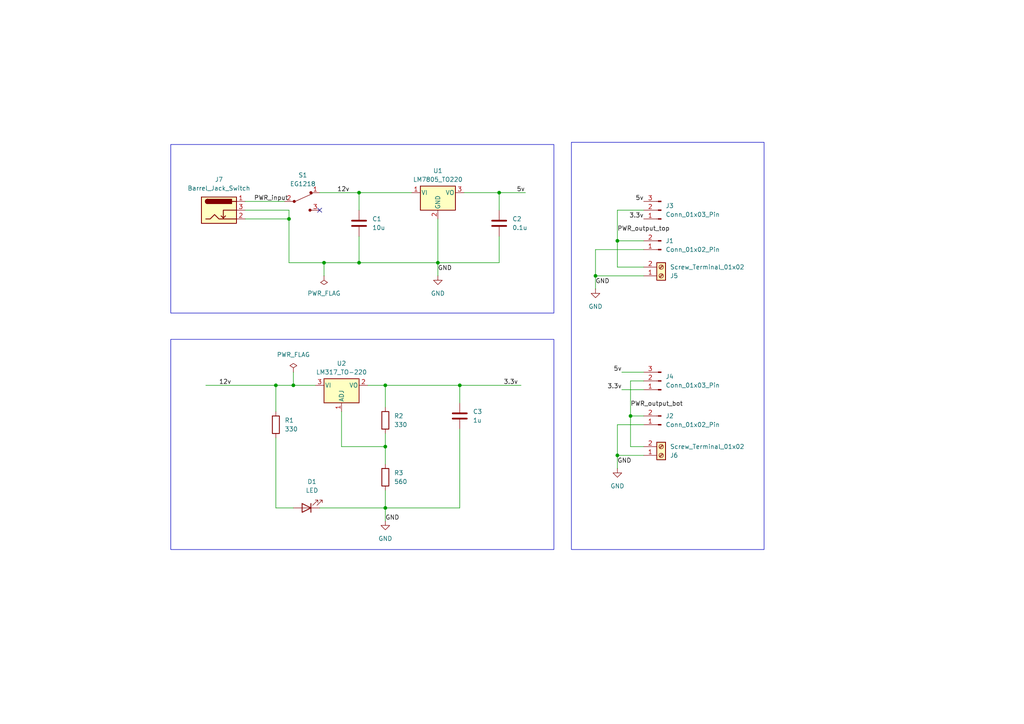
<source format=kicad_sch>
(kicad_sch (version 20231120) (generator "eeschema") (generator_version "8.0")
  (paper "A4")
  (title_block (title "Breadboard power supply") (date "2025-10-18") (rev "1"))
  (lib_symbols
    (symbol "Connector:Barrel_Jack_Switch" (pin_names hide)
      (property "Reference" "J" (at 0 5.334 0))
      (property "Value" "Barrel_Jack_Switch" (at 0 -5.08 0))
      (symbol "Barrel_Jack_Switch_0_1"
        (rectangle (start -5.08 3.81) (end 5.08 -3.81) (stroke (width 0.254)) (fill (type background)))
        (arc (start -3.302 3.175) (mid -3.9343 2.54) (end -3.302 1.905) (stroke (width 0.254)))
        (arc (start -3.302 3.175) (mid -3.9343 2.54) (end -3.302 1.905) (stroke (width 0.254)) (fill (type outline)))
        (polyline (pts (xy 1.27 -2.286) (xy 1.905 -1.651)) (stroke (width 0.254)))
        (polyline (pts (xy 5.08 2.54) (xy 3.81 2.54)) (stroke (width 0.254)))
        (polyline (pts (xy 5.08 0) (xy 1.27 0) (xy 1.27 -2.286) (xy 0.635 -1.651)) (stroke (width 0.254)))
        (polyline (pts (xy -3.81 -2.54) (xy -2.54 -2.54) (xy -1.27 -1.27) (xy 0 -2.54) (xy 2.54 -2.54) (xy 5.08 -2.54)) (stroke (width 0.254)))
        (rectangle (start 3.683 3.175) (end -3.302 1.905) (stroke (width 0.254)) (fill (type outline)))
      )
      (symbol "Barrel_Jack_Switch_1_1"
        (pin passive line (at 7.62 2.54 180) (length 2.54) (name "~") (number "1"))
        (pin passive line (at 7.62 -2.54 180) (length 2.54) (name "~") (number "2"))
        (pin passive line (at 7.62 0 180) (length 2.54) (name "~") (number "3"))
      )
    )
    (symbol "Connector:Conn_01x02_Pin" (pin_names (offset 1.016) hide)
      (property "Reference" "J" (at 0 2.54 0))
      (property "Value" "Conn_01x02_Pin" (at 0 -5.08 0))
      (symbol "Conn_01x02_Pin_1_1"
        (polyline (pts (xy 1.27 -2.54) (xy 0.8636 -2.54)) (stroke (width 0.1524)))
        (polyline (pts (xy 1.27 0) (xy 0.8636 0)) (stroke (width 0.1524)))
        (rectangle (start 0.8636 -2.413) (end 0 -2.667) (stroke (width 0.1524)) (fill (type outline)))
        (rectangle (start 0.8636 0.127) (end 0 -0.127) (stroke (width 0.1524)) (fill (type outline)))
        (pin passive line (at 5.08 0 180) (length 3.81) (name "Pin_1") (number "1"))
        (pin passive line (at 5.08 -2.54 180) (length 3.81) (name "Pin_2") (number "2"))
      )
    )
    (symbol "Connector:Conn_01x03_Pin" (pin_names (offset 1.016) hide)
      (property "Reference" "J" (at 0 5.08 0))
      (property "Value" "Conn_01x03_Pin" (at 0 -5.08 0))
      (symbol "Conn_01x03_Pin_1_1"
        (polyline (pts (xy 1.27 -2.54) (xy 0.8636 -2.54)) (stroke (width 0.1524)))
        (polyline (pts (xy 1.27 0) (xy 0.8636 0)) (stroke (width 0.1524)))
        (polyline (pts (xy 1.27 2.54) (xy 0.8636 2.54)) (stroke (width 0.1524)))
        (rectangle (start 0.8636 -2.413) (end 0 -2.667) (stroke (width 0.1524)) (fill (type outline)))
        (rectangle (start 0.8636 0.127) (end 0 -0.127) (stroke (width 0.1524)) (fill (type outline)))
        (rectangle (start 0.8636 2.667) (end 0 2.413) (stroke (width 0.1524)) (fill (type outline)))
        (pin passive line (at 5.08 2.54 180) (length 3.81) (name "Pin_1") (number "1"))
        (pin passive line (at 5.08 0 180) (length 3.81) (name "Pin_2") (number "2"))
        (pin passive line (at 5.08 -2.54 180) (length 3.81) (name "Pin_3") (number "3"))
      )
    )
    (symbol "Connector:Screw_Terminal_01x02" (pin_names (offset 1.016) hide)
      (property "Reference" "J" (at 0 2.54 0))
      (property "Value" "Screw_Terminal_01x02" (at 0 -5.08 0))
      (symbol "Screw_Terminal_01x02_1_1"
        (rectangle (start -1.27 1.27) (end 1.27 -3.81) (stroke (width 0.254)) (fill (type background)))
        (circle (center 0 -2.54) (radius 0.635) (stroke (width 0.1524)))
        (polyline (pts (xy -0.5334 -2.2098) (xy 0.3302 -3.048)) (stroke (width 0.1524)))
        (polyline (pts (xy -0.5334 0.3302) (xy 0.3302 -0.508)) (stroke (width 0.1524)))
        (polyline (pts (xy -0.3556 -2.032) (xy 0.508 -2.8702)) (stroke (width 0.1524)))
        (polyline (pts (xy -0.3556 0.508) (xy 0.508 -0.3302)) (stroke (width 0.1524)))
        (circle (center 0 0) (radius 0.635) (stroke (width 0.1524)))
        (pin passive line (at -5.08 0 0) (length 3.81) (name "Pin_1") (number "1"))
        (pin passive line (at -5.08 -2.54 0) (length 3.81) (name "Pin_2") (number "2"))
      )
    )
    (symbol "Device:C" (pin_numbers hide) (pin_names (offset 0.254))
      (property "Reference" "C" (at 0.635 2.54 0))
      (property "Value" "C" (at 0.635 -2.54 0))
      (symbol "C_0_1"
        (polyline (pts (xy -2.032 -0.762) (xy 2.032 -0.762)) (stroke (width 0.508)))
        (polyline (pts (xy -2.032 0.762) (xy 2.032 0.762)) (stroke (width 0.508)))
      )
      (symbol "C_1_1"
        (pin passive line (at 0 3.81 270) (length 2.794) (name "~") (number "1"))
        (pin passive line (at 0 -3.81 90) (length 2.794) (name "~") (number "2"))
      )
    )
    (symbol "Device:LED" (pin_numbers hide) (pin_names (offset 1.016) hide)
      (property "Reference" "D" (at 0 2.54 0))
      (property "Value" "LED" (at 0 -2.54 0))
      (symbol "LED_0_1"
        (polyline (pts (xy -1.27 -1.27) (xy -1.27 1.27)) (stroke (width 0.254)))
        (polyline (pts (xy -1.27 0) (xy 1.27 0)))
        (polyline (pts (xy 1.27 -1.27) (xy 1.27 1.27) (xy -1.27 0) (xy 1.27 -1.27)) (stroke (width 0.254)))
        (polyline (pts (xy -3.048 -0.762) (xy -4.572 -2.286) (xy -3.81 -2.286) (xy -4.572 -2.286) (xy -4.572 -1.524)))
        (polyline (pts (xy -1.778 -0.762) (xy -3.302 -2.286) (xy -2.54 -2.286) (xy -3.302 -2.286) (xy -3.302 -1.524)))
      )
      (symbol "LED_1_1"
        (pin passive line (at -3.81 0 0) (length 2.54) (name "K") (number "1"))
        (pin passive line (at 3.81 0 180) (length 2.54) (name "A") (number "2"))
      )
    )
    (symbol "Device:R" (pin_numbers hide) (pin_names (offset 0))
      (property "Reference" "R" (at 2.032 0 90))
      (property "Value" "R" (at 0 0 90))
      (symbol "R_0_1"
        (rectangle (start -1.016 -2.54) (end 1.016 2.54) (stroke (width 0.254)))
      )
      (symbol "R_1_1"
        (pin passive line (at 0 3.81 270) (length 1.27) (name "~") (number "1"))
        (pin passive line (at 0 -3.81 90) (length 1.27) (name "~") (number "2"))
      )
    )
    (symbol "Regulator_Linear:LM317_TO-220" (pin_names (offset 0.254))
      (property "Reference" "U" (at -3.81 3.175 0))
      (property "Value" "LM317_TO-220" (at 0 3.175 0))
      (symbol "LM317_TO-220_0_1"
        (rectangle (start -5.08 1.905) (end 5.08 -5.08) (stroke (width 0.254)) (fill (type background)))
      )
      (symbol "LM317_TO-220_1_1"
        (pin input line (at 0 -7.62 90) (length 2.54) (name "ADJ") (number "1"))
        (pin power_out line (at 7.62 0 180) (length 2.54) (name "VO") (number "2"))
        (pin power_in line (at -7.62 0 0) (length 2.54) (name "VI") (number "3"))
      )
    )
    (symbol "Regulator_Linear:LM7805_TO220" (pin_names (offset 0.254))
      (property "Reference" "U" (at -3.81 3.175 0))
      (property "Value" "LM7805_TO220" (at 0 3.175 0))
      (symbol "LM7805_TO220_0_1"
        (rectangle (start -5.08 1.905) (end 5.08 -5.08) (stroke (width 0.254)) (fill (type background)))
      )
      (symbol "LM7805_TO220_1_1"
        (pin power_in line (at -7.62 0 0) (length 2.54) (name "VI") (number "1"))
        (pin power_in line (at 0 -7.62 90) (length 2.54) (name "GND") (number "2"))
        (pin power_out line (at 7.62 0 180) (length 2.54) (name "VO") (number "3"))
      )
    )
    (symbol "dk_Slide-Switches:EG1218" (pin_names (offset 0))
      (property "Reference" "S" (at -3.81 2.286 0))
      (property "Value" "EG1218" (at 0 -5.334 0))
      (symbol "EG1218_0_1"
        (circle (center -2.286 0) (radius 0.3556) (fill (type outline)))
        (polyline (pts (xy -2.032 0) (xy 3.048 2.286)))
        (circle (center 2.286 -2.54) (radius 0.3556) (fill (type outline)))
        (circle (center 2.54 2.54) (radius 0.3556) (fill (type outline)))
      )
      (symbol "EG1218_1_1"
        (pin passive line (at 5.08 2.54 180) (length 2.54) (name "~") (number "1"))
        (pin passive line (at -5.08 0 0) (length 2.54) (name "~") (number "2"))
        (pin passive line (at 5.08 -2.54 180) (length 2.54) (name "~") (number "3"))
      )
    )
    (symbol "power:GND" (power) (pin_numbers hide) (pin_names (offset 0) hide)
      (property "Value" "GND" (at 0 -3.81 0))
      (symbol "GND_0_1"
        (polyline (pts (xy 0 0) (xy 0 -1.27) (xy 1.27 -1.27) (xy 0 -2.54) (xy -1.27 -1.27) (xy 0 -1.27)))
      )
      (symbol "GND_1_1"
        (pin power_in line (at 0 0 270) (length 0) (name "~") (number "1"))
      )
    )
    (symbol "power:PWR_FLAG" (power) (pin_numbers hide) (pin_names (offset 0) hide)
      (property "Value" "PWR_FLAG" (at 0 3.81 0))
      (symbol "PWR_FLAG_0_0"
        (pin power_out line (at 0 0 90) (length 0) (name "~") (number "1"))
      )
      (symbol "PWR_FLAG_0_1"
        (polyline (pts (xy 0 0) (xy 0 1.27) (xy -1.016 1.905) (xy 0 2.54) (xy 1.016 1.905) (xy 0 1.27)))
      )
    )
  )
  (junction (at 80.01 111.76))
  (junction (at 111.76 147.32))
  (junction (at 104.14 76.2))
  (junction (at 144.78 55.88))
  (junction (at 133.35 111.76))
  (junction (at 172.72 80.01))
  (junction (at 85.09 111.76))
  (junction (at 83.82 63.5))
  (junction (at 111.76 129.54))
  (junction (at 179.07 69.85))
  (junction (at 127 76.2))
  (junction (at 182.88 120.65))
  (junction (at 104.14 55.88))
  (junction (at 179.07 132.08))
  (junction (at 111.76 111.76))
  (junction (at 93.98 76.2))
  (no_connect (at 92.71 60.96))
  (wire (pts (xy 186.69 60.96) (xy 179.07 60.96)))
  (wire (pts (xy 111.76 129.54) (xy 111.76 134.62)))
  (wire (pts (xy 186.69 110.49) (xy 182.88 110.49)))
  (wire (pts (xy 179.07 60.96) (xy 179.07 69.85)))
  (wire (pts (xy 186.69 72.39) (xy 172.72 72.39)))
  (wire (pts (xy 144.78 55.88) (xy 144.78 60.96)))
  (wire (pts (xy 104.14 55.88) (xy 104.14 60.96)))
  (wire (pts (xy 179.07 69.85) (xy 186.69 69.85)))
  (wire (pts (xy 180.34 113.03) (xy 186.69 113.03)))
  (wire (pts (xy 127 63.5) (xy 127 76.2)))
  (wire (pts (xy 59.69 111.76) (xy 80.01 111.76)))
  (wire (pts (xy 182.88 129.54) (xy 182.88 120.65)))
  (wire (pts (xy 133.35 111.76) (xy 151.13 111.76)))
  (wire (pts (xy 180.34 107.95) (xy 186.69 107.95)))
  (wire (pts (xy 127 80.01) (xy 127 76.2)))
  (wire (pts (xy 71.12 63.5) (xy 83.82 63.5)))
  (wire (pts (xy 92.71 55.88) (xy 104.14 55.88)))
  (wire (pts (xy 71.12 58.42) (xy 82.55 58.42)))
  (wire (pts (xy 104.14 68.58) (xy 104.14 76.2)))
  (wire (pts (xy 133.35 124.46) (xy 133.35 147.32)))
  (wire (pts (xy 179.07 123.19) (xy 179.07 132.08)))
  (wire (pts (xy 85.09 107.95) (xy 85.09 111.76)))
  (wire (pts (xy 99.06 119.38) (xy 99.06 129.54)))
  (wire (pts (xy 134.62 55.88) (xy 144.78 55.88)))
  (wire (pts (xy 92.71 147.32) (xy 111.76 147.32)))
  (wire (pts (xy 111.76 147.32) (xy 111.76 151.13)))
  (wire (pts (xy 83.82 63.5) (xy 83.82 76.2)))
  (wire (pts (xy 172.72 72.39) (xy 172.72 80.01)))
  (wire (pts (xy 80.01 111.76) (xy 80.01 119.38)))
  (wire (pts (xy 111.76 142.24) (xy 111.76 147.32)))
  (wire (pts (xy 85.09 111.76) (xy 91.44 111.76)))
  (wire (pts (xy 83.82 60.96) (xy 83.82 63.5)))
  (wire (pts (xy 111.76 111.76) (xy 133.35 111.76)))
  (wire (pts (xy 80.01 111.76) (xy 85.09 111.76)))
  (wire (pts (xy 186.69 129.54) (xy 182.88 129.54)))
  (wire (pts (xy 127 76.2) (xy 144.78 76.2)))
  (wire (pts (xy 133.35 111.76) (xy 133.35 116.84)))
  (wire (pts (xy 111.76 147.32) (xy 133.35 147.32)))
  (wire (pts (xy 172.72 80.01) (xy 186.69 80.01)))
  (wire (pts (xy 111.76 111.76) (xy 111.76 118.11)))
  (wire (pts (xy 93.98 76.2) (xy 104.14 76.2)))
  (wire (pts (xy 80.01 147.32) (xy 85.09 147.32)))
  (wire (pts (xy 179.07 132.08) (xy 186.69 132.08)))
  (wire (pts (xy 179.07 77.47) (xy 179.07 69.85)))
  (wire (pts (xy 104.14 76.2) (xy 127 76.2)))
  (wire (pts (xy 106.68 111.76) (xy 111.76 111.76)))
  (wire (pts (xy 144.78 55.88) (xy 152.4 55.88)))
  (wire (pts (xy 182.88 120.65) (xy 186.69 120.65)))
  (wire (pts (xy 186.69 123.19) (xy 179.07 123.19)))
  (wire (pts (xy 144.78 76.2) (xy 144.78 68.58)))
  (wire (pts (xy 186.69 77.47) (xy 179.07 77.47)))
  (wire (pts (xy 80.01 127) (xy 80.01 147.32)))
  (wire (pts (xy 71.12 60.96) (xy 83.82 60.96)))
  (wire (pts (xy 172.72 83.82) (xy 172.72 80.01)))
  (wire (pts (xy 93.98 80.01) (xy 93.98 76.2)))
  (wire (pts (xy 179.07 135.89) (xy 179.07 132.08)))
  (wire (pts (xy 182.88 110.49) (xy 182.88 120.65)))
  (wire (pts (xy 83.82 76.2) (xy 93.98 76.2)))
  (wire (pts (xy 111.76 125.73) (xy 111.76 129.54)))
  (wire (pts (xy 99.06 129.54) (xy 111.76 129.54)))
  (wire (pts (xy 104.14 55.88) (xy 119.38 55.88)))
  (rectangle (start 49.53 98.425) (end 160.655 159.385))
  (rectangle (start 49.53 41.91) (end 160.655 90.805))
  (rectangle (start 165.735 41.275) (end 221.615 159.385))
  (label "PWR_output_top" (at 179.07 67.31 0))
  (label "5v" (at 149.86 55.88 0))
  (label "GND" (at 179.07 134.62 0))
  (label "3.3v" (at 146.05 111.76 0))
  (label "GND" (at 172.72 82.55 0))
  (label "12v" (at 97.79 55.88 0))
  (label "GND" (at 127 78.74 0))
  (label "PWR_output_bot" (at 182.88 118.11 0))
  (label "PWR_input" (at 73.66 58.42 0))
  (label "5v" (at 186.69 58.42 180))
  (label "5v" (at 180.34 107.95 180))
  (label "12v" (at 63.5 111.76 0))
  (label "GND" (at 111.76 151.13 0))
  (label "3.3v" (at 180.34 113.03 180))
  (label "3.3v" (at 186.69 63.5 180))
  (symbol (lib_id "power:GND") (at 172.72 83.82 0) (unit 1)
    (property "Reference" "#PWR4" (effects (hide yes)))
    (property "Value" "GND" (at 172.72 88.9 0))
    (property "Description" "Power symbol creates a global label with name \"GND\" , ground" (effects (hide yes)))
  )
  (symbol (lib_id "power:PWR_FLAG") (at 85.09 107.95 0) (unit 1)
    (property "Reference" "#FLG2" (effects (hide yes)))
    (property "Value" "PWR_FLAG" (at 85.09 102.87 0))
    (property "Description" "Special symbol for telling ERC where power comes from" (effects (hide yes)))
  )
  (symbol (lib_id "Connector:Barrel_Jack_Switch") (at 63.5 60.96 0) (unit 1)
    (property "Reference" "J7" (at 63.5 52.07 0))
    (property "Value" "Barrel_Jack_Switch" (at 63.5 54.61 0))
    (property "Footprint" "Connector_BarrelJack:BarrelJack_GCT_DCJ200-10-A_Horizontal" (effects (hide yes)))
    (property "Description" "DC Barrel Jack with an internal switch" (effects (hide yes)))
  )
  (symbol (lib_id "power:GND") (at 179.07 135.89 0) (unit 1)
    (property "Reference" "#PWR3" (effects (hide yes)))
    (property "Value" "GND" (at 179.07 140.97 0))
    (property "Description" "Power symbol creates a global label with name \"GND\" , ground" (effects (hide yes)))
  )
  (symbol (lib_id "Regulator_Linear:LM7805_TO220") (at 127 55.88 0) (unit 1)
    (property "Reference" "U1" (at 127 49.53 0))
    (property "Value" "LM7805_TO220" (at 127 52.07 0))
    (property "Footprint" "Package_TO_SOT_THT:TO-220-3_Vertical" (effects (hide yes)))
    (property "Datasheet" "https://www.onsemi.cn/PowerSolutions/document/MC7800-D.PDF" (effects (hide yes)))
    (property "Description" "Positive 1A 35V Linear Regulator, Fixed Output 5V, TO-220" (effects (hide yes)))
  )
  (symbol (lib_id "Connector:Conn_01x02_Pin") (at 191.77 72.39 180) (unit 1)
    (property "Reference" "J1" (at 193.04 69.8499 0) (effects (justify right)))
    (property "Value" "Conn_01x02_Pin" (at 193.04 72.3899 0) (effects (justify right)))
    (property "Footprint" "Connector_PinHeader_1.27mm:PinHeader_1x02_P1.27mm_Vertical" (effects (hide yes)))
    (property "Description" "Generic connector, single row, 01x02, script generated" (effects (hide yes)))
  )
  (symbol (lib_id "Connector:Conn_01x03_Pin") (at 191.77 60.96 180) (unit 1)
    (property "Reference" "J3" (at 193.04 59.6899 0) (effects (justify right)))
    (property "Value" "Conn_01x03_Pin" (at 193.04 62.2299 0) (effects (justify right)))
    (property "Footprint" "Connector_PinHeader_1.27mm:PinHeader_1x03_P1.27mm_Vertical" (effects (hide yes)))
    (property "Description" "Generic connector, single row, 01x03, script generated" (effects (hide yes)))
  )
  (symbol (lib_id "Regulator_Linear:LM317_TO-220") (at 99.06 111.76 0) (unit 1)
    (property "Reference" "U2" (at 99.06 105.41 0))
    (property "Value" "LM317_TO-220" (at 99.06 107.95 0))
    (property "Footprint" "Package_TO_SOT_THT:TO-220-3_Vertical" (effects (hide yes)))
    (property "Datasheet" "http://www.ti.com/lit/ds/symlink/lm317.pdf" (effects (hide yes)))
    (property "Description" "1.5A 35V Adjustable Linear Regulator, TO-220" (effects (hide yes)))
  )
  (symbol (lib_id "Connector:Screw_Terminal_01x02") (at 191.77 132.08 0) (mirror x) (unit 1)
    (property "Reference" "J6" (at 194.31 132.0801 0) (effects (justify left)))
    (property "Value" "Screw_Terminal_01x02" (at 194.31 129.5401 0) (effects (justify left)))
    (property "Footprint" "TerminalBlock:TerminalBlock_bornier-2_P5.08mm" (effects (hide yes)))
    (property "Description" "Generic screw terminal, single row, 01x02, script generated (kicad-library-utils/schlib/autogen/connector/)" (effects (hide yes)))
  )
  (symbol (lib_id "power:GND") (at 111.76 151.13 0) (unit 1)
    (property "Reference" "#PWR2" (effects (hide yes)))
    (property "Value" "GND" (at 111.76 156.21 0))
    (property "Description" "Power symbol creates a global label with name \"GND\" , ground" (effects (hide yes)))
  )
  (symbol (lib_id "Device:C") (at 133.35 120.65 0) (unit 1)
    (property "Reference" "C3" (at 137.16 119.3799 0) (effects (justify left)))
    (property "Value" "1u" (at 137.16 121.9199 0) (effects (justify left)))
    (property "Footprint" "Capacitor_THT:C_Disc_D3.0mm_W1.6mm_P2.50mm" (effects (hide yes)))
    (property "Description" "Unpolarized capacitor" (effects (hide yes)))
  )
  (symbol (lib_id "Connector:Conn_01x02_Pin") (at 191.77 123.19 180) (unit 1)
    (property "Reference" "J2" (at 193.04 120.6499 0) (effects (justify right)))
    (property "Value" "Conn_01x02_Pin" (at 193.04 123.1899 0) (effects (justify right)))
    (property "Footprint" "Connector_PinHeader_1.27mm:PinHeader_1x02_P1.27mm_Vertical" (effects (hide yes)))
    (property "Description" "Generic connector, single row, 01x02, script generated" (effects (hide yes)))
  )
  (symbol (lib_id "power:GND") (at 127 80.01 0) (unit 1)
    (property "Reference" "#PWR1" (effects (hide yes)))
    (property "Value" "GND" (at 127 85.09 0))
    (property "Description" "Power symbol creates a global label with name \"GND\" , ground" (effects (hide yes)))
  )
  (symbol (lib_id "power:PWR_FLAG") (at 93.98 80.01 180) (unit 1)
    (property "Reference" "#FLG1" (effects (hide yes)))
    (property "Value" "PWR_FLAG" (at 93.98 85.09 0))
    (property "Description" "Special symbol for telling ERC where power comes from" (effects (hide yes)))
  )
  (symbol (lib_id "Connector:Screw_Terminal_01x02") (at 191.77 80.01 0) (mirror x) (unit 1)
    (property "Reference" "J5" (at 194.31 80.0101 0) (effects (justify left)))
    (property "Value" "Screw_Terminal_01x02" (at 194.31 77.4701 0) (effects (justify left)))
    (property "Footprint" "TerminalBlock:TerminalBlock_bornier-2_P5.08mm" (effects (hide yes)))
    (property "Description" "Generic screw terminal, single row, 01x02, script generated (kicad-library-utils/schlib/autogen/connector/)" (effects (hide yes)))
  )
  (symbol (lib_id "Connector:Conn_01x03_Pin") (at 191.77 110.49 180) (unit 1)
    (property "Reference" "J4" (at 193.04 109.2199 0) (effects (justify right)))
    (property "Value" "Conn_01x03_Pin" (at 193.04 111.7599 0) (effects (justify right)))
    (property "Footprint" "Connector_PinHeader_1.27mm:PinHeader_1x03_P1.27mm_Vertical" (effects (hide yes)))
    (property "Description" "Generic connector, single row, 01x03, script generated" (effects (hide yes)))
  )
  (symbol (lib_id "Device:R") (at 111.76 121.92 0) (unit 1)
    (property "Reference" "R2" (at 114.3 120.6499 0) (effects (justify left)))
    (property "Value" "330" (at 114.3 123.1899 0) (effects (justify left)))
    (property "Footprint" "Resistor_THT:R_Axial_DIN0204_L3.6mm_D1.6mm_P7.62mm_Horizontal" (effects (hide yes)))
    (property "Description" "Resistor" (effects (hide yes)))
  )
  (symbol (lib_id "Device:C") (at 104.14 64.77 0) (unit 1)
    (property "Reference" "C1" (at 107.95 63.4999 0) (effects (justify left)))
    (property "Value" "10u" (at 107.95 66.0399 0) (effects (justify left)))
    (property "Footprint" "Capacitor_THT:C_Disc_D3.0mm_W1.6mm_P2.50mm" (effects (hide yes)))
    (property "Description" "Unpolarized capacitor" (effects (hide yes)))
  )
  (symbol (lib_id "Device:C") (at 144.78 64.77 0) (unit 1)
    (property "Reference" "C2" (at 148.59 63.4999 0) (effects (justify left)))
    (property "Value" "0.1u" (at 148.59 66.0399 0) (effects (justify left)))
    (property "Footprint" "Capacitor_THT:C_Disc_D3.0mm_W1.6mm_P2.50mm" (effects (hide yes)))
    (property "Description" "Unpolarized capacitor" (effects (hide yes)))
  )
  (symbol (lib_id "dk_Slide-Switches:EG1218") (at 87.63 58.42 0) (unit 1)
    (property "Reference" "S1" (at 87.8332 50.8 0))
    (property "Value" "EG1218" (at 87.8332 53.34 0))
    (property "Footprint" "digikey-footprints:Switch_Slide_11.6x4mm_EG1218" (effects (hide yes)))
    (property "Datasheet" "http://spec_sheets.e-switch.com/specs/P040040.pdf" (effects (hide yes)))
    (property "Description" "SWITCH SLIDE SPDT 200MA 30V" (effects (hide yes)))
    (property "Digi-Key_PN" "EG1903-ND" (effects (hide yes)))
    (property "MPN" "EG1218" (effects (hide yes)))
    (property "Category" "Switches" (effects (hide yes)))
    (property "Family" "Slide Switches" (effects (hide yes)))
    (property "DK_Datasheet_Link" "http://spec_sheets.e-switch.com/specs/P040040.pdf" (effects (hide yes)))
    (property "DK_Detail_Page" "/product-detail/en/e-switch/EG1218/EG1903-ND/101726" (effects (hide yes)))
    (property "Description_1" "SWITCH SLIDE SPDT 200MA 30V" (effects (hide yes)))
    (property "Manufacturer" "E-Switch" (effects (hide yes)))
    (property "Status" "Active" (effects (hide yes)))
  )
  (symbol (lib_id "Device:LED") (at 88.9 147.32 180) (unit 1)
    (property "Reference" "D1" (at 90.4875 139.7 0))
    (property "Value" "LED" (at 90.4875 142.24 0))
    (property "Footprint" "LED_THT:LED_D3.0mm" (effects (hide yes)))
    (property "Description" "Light emitting diode" (effects (hide yes)))
  )
  (symbol (lib_id "Device:R") (at 80.01 123.19 0) (unit 1)
    (property "Reference" "R1" (at 82.55 121.9199 0) (effects (justify left)))
    (property "Value" "330" (at 82.55 124.4599 0) (effects (justify left)))
    (property "Footprint" "Resistor_THT:R_Axial_DIN0204_L3.6mm_D1.6mm_P7.62mm_Horizontal" (effects (hide yes)))
    (property "Description" "Resistor" (effects (hide yes)))
  )
  (symbol (lib_id "Device:R") (at 111.76 138.43 0) (unit 1)
    (property "Reference" "R3" (at 114.3 137.1599 0) (effects (justify left)))
    (property "Value" "560" (at 114.3 139.6999 0) (effects (justify left)))
    (property "Footprint" "Resistor_THT:R_Axial_DIN0204_L3.6mm_D1.6mm_P7.62mm_Horizontal" (effects (hide yes)))
    (property "Description" "Resistor" (effects (hide yes)))
  )
)
</source>
